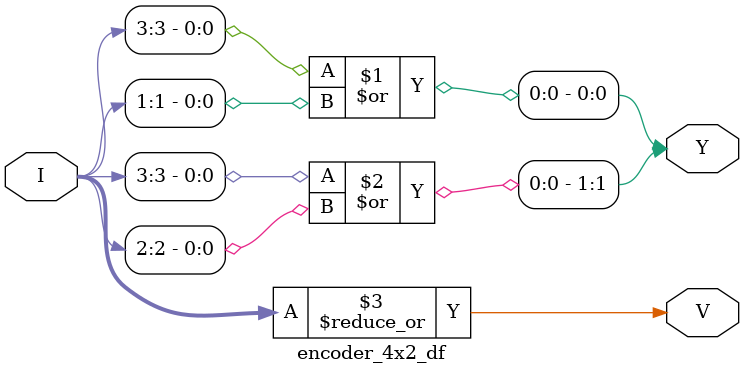
<source format=v>
module encoder_4x2_df(Y,V,I);

input [3:0]I;
output [1:0]Y;
output V; //Validation bit

assign Y = {I[3] | I[2], I[3] | I[1]};
assign V = |I; //All bits of I ored together

//this could also be written in one statement assign {V,Y} = {|I, I[3] | I[2], I[3] | I[1]}
endmodule
</source>
